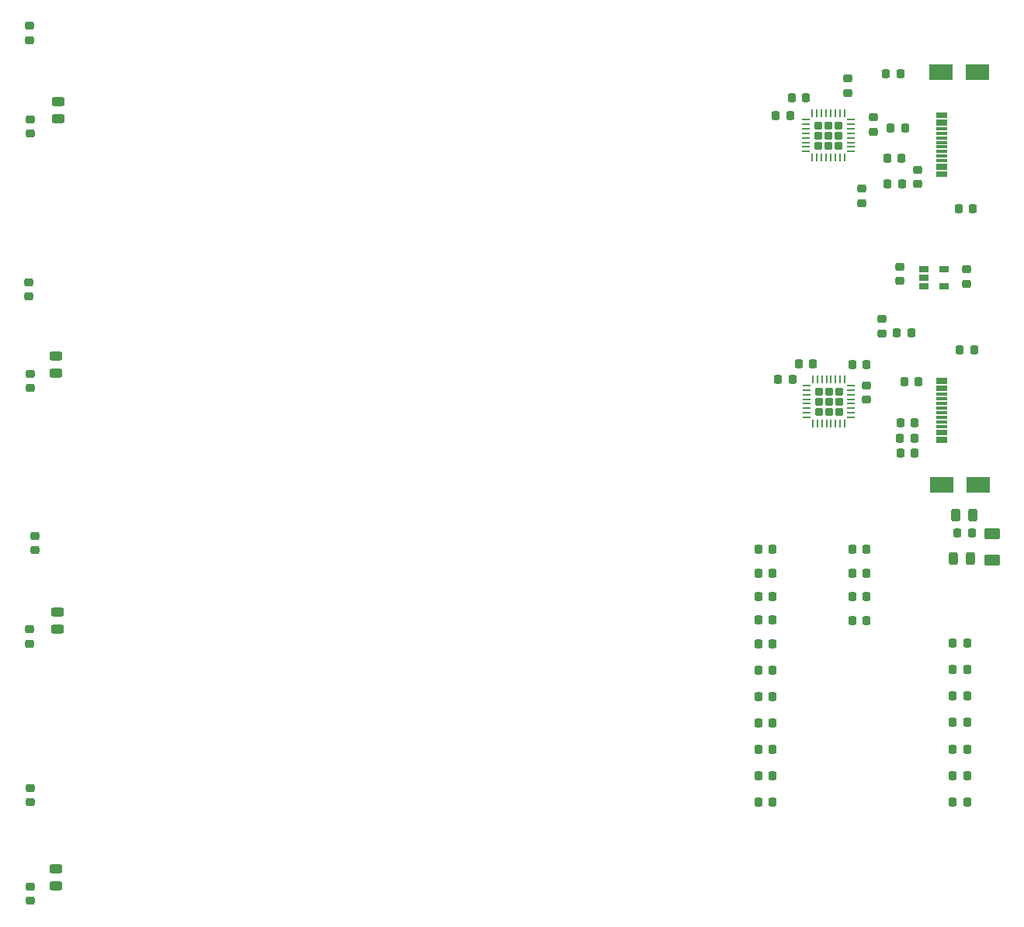
<source format=gbr>
%TF.GenerationSoftware,KiCad,Pcbnew,(6.0.7)*%
%TF.CreationDate,2022-08-08T23:44:24-07:00*%
%TF.ProjectId,adatface_baseboard,61646174-6661-4636-955f-62617365626f,rev?*%
%TF.SameCoordinates,Original*%
%TF.FileFunction,Paste,Top*%
%TF.FilePolarity,Positive*%
%FSLAX46Y46*%
G04 Gerber Fmt 4.6, Leading zero omitted, Abs format (unit mm)*
G04 Created by KiCad (PCBNEW (6.0.7)) date 2022-08-08 23:44:24*
%MOMM*%
%LPD*%
G01*
G04 APERTURE LIST*
G04 Aperture macros list*
%AMRoundRect*
0 Rectangle with rounded corners*
0 $1 Rounding radius*
0 $2 $3 $4 $5 $6 $7 $8 $9 X,Y pos of 4 corners*
0 Add a 4 corners polygon primitive as box body*
4,1,4,$2,$3,$4,$5,$6,$7,$8,$9,$2,$3,0*
0 Add four circle primitives for the rounded corners*
1,1,$1+$1,$2,$3*
1,1,$1+$1,$4,$5*
1,1,$1+$1,$6,$7*
1,1,$1+$1,$8,$9*
0 Add four rect primitives between the rounded corners*
20,1,$1+$1,$2,$3,$4,$5,0*
20,1,$1+$1,$4,$5,$6,$7,0*
20,1,$1+$1,$6,$7,$8,$9,0*
20,1,$1+$1,$8,$9,$2,$3,0*%
G04 Aperture macros list end*
%ADD10RoundRect,0.218750X0.218750X0.256250X-0.218750X0.256250X-0.218750X-0.256250X0.218750X-0.256250X0*%
%ADD11RoundRect,0.243750X-0.456250X0.243750X-0.456250X-0.243750X0.456250X-0.243750X0.456250X0.243750X0*%
%ADD12RoundRect,0.218750X-0.256250X0.218750X-0.256250X-0.218750X0.256250X-0.218750X0.256250X0.218750X0*%
%ADD13RoundRect,0.250000X0.625000X-0.375000X0.625000X0.375000X-0.625000X0.375000X-0.625000X-0.375000X0*%
%ADD14R,1.060000X0.650000*%
%ADD15RoundRect,0.218750X0.256250X-0.218750X0.256250X0.218750X-0.256250X0.218750X-0.256250X-0.218750X0*%
%ADD16RoundRect,0.218750X-0.218750X-0.256250X0.218750X-0.256250X0.218750X0.256250X-0.218750X0.256250X0*%
%ADD17RoundRect,0.243750X-0.243750X-0.456250X0.243750X-0.456250X0.243750X0.456250X-0.243750X0.456250X0*%
%ADD18R,1.150000X0.300000*%
%ADD19R,2.500000X1.800000*%
%ADD20RoundRect,0.222500X-0.222500X-0.222500X0.222500X-0.222500X0.222500X0.222500X-0.222500X0.222500X0*%
%ADD21RoundRect,0.062500X-0.375000X-0.062500X0.375000X-0.062500X0.375000X0.062500X-0.375000X0.062500X0*%
%ADD22RoundRect,0.062500X-0.062500X-0.375000X0.062500X-0.375000X0.062500X0.375000X-0.062500X0.375000X0*%
G04 APERTURE END LIST*
D10*
%TO.C,C10*%
X152087500Y-90500000D03*
X150512500Y-90500000D03*
%TD*%
%TO.C,R4*%
X136587500Y-114181666D03*
X135012500Y-114181666D03*
%TD*%
D11*
%TO.C,L3*%
X58450000Y-79912500D03*
X58450000Y-81787500D03*
%TD*%
D12*
%TO.C,C9*%
X152400000Y-59562500D03*
X152400000Y-61137500D03*
%TD*%
D13*
%TO.C,FB1*%
X160500000Y-102150000D03*
X160500000Y-99350000D03*
%TD*%
D10*
%TO.C,R8*%
X136587500Y-101027811D03*
X135012500Y-101027811D03*
%TD*%
D12*
%TO.C,C5*%
X55650000Y-127062500D03*
X55650000Y-128637500D03*
%TD*%
D14*
%TO.C,U7*%
X153050000Y-70437500D03*
X153050000Y-71387500D03*
X153050000Y-72337500D03*
X155250000Y-72337500D03*
X155250000Y-70437500D03*
%TD*%
D10*
%TO.C,D4*%
X157787500Y-114141666D03*
X156212500Y-114141666D03*
%TD*%
%TO.C,R13*%
X152075000Y-87200000D03*
X150500000Y-87200000D03*
%TD*%
%TO.C,D5*%
X157787500Y-117033332D03*
X156212500Y-117033332D03*
%TD*%
D12*
%TO.C,C7*%
X55450000Y-71862500D03*
X55450000Y-73437500D03*
%TD*%
D10*
%TO.C,R14*%
X152512500Y-82675000D03*
X150937500Y-82675000D03*
%TD*%
%TO.C,C12*%
X138757500Y-82500000D03*
X137182500Y-82500000D03*
%TD*%
D15*
%TO.C,R17*%
X144800000Y-51187500D03*
X144800000Y-49612500D03*
%TD*%
D12*
%TO.C,C11*%
X150450000Y-70162500D03*
X150450000Y-71737500D03*
%TD*%
D11*
%TO.C,L4*%
X58550000Y-107875000D03*
X58550000Y-109750000D03*
%TD*%
D16*
%TO.C,R18*%
X145262500Y-80850000D03*
X146837500Y-80850000D03*
%TD*%
D10*
%TO.C,D1*%
X157787500Y-128600000D03*
X156212500Y-128600000D03*
%TD*%
D15*
%TO.C,C3*%
X55650000Y-83425000D03*
X55650000Y-81850000D03*
%TD*%
D17*
%TO.C,C21*%
X156562500Y-97250000D03*
X158437500Y-97250000D03*
%TD*%
D11*
%TO.C,L1*%
X58400000Y-135912500D03*
X58400000Y-137787500D03*
%TD*%
D10*
%TO.C,C14*%
X138507500Y-53690000D03*
X136932500Y-53690000D03*
%TD*%
D15*
%TO.C,C2*%
X55650000Y-55637500D03*
X55650000Y-54062500D03*
%TD*%
D10*
%TO.C,R3*%
X136587500Y-111290000D03*
X135012500Y-111290000D03*
%TD*%
D16*
%TO.C,R12*%
X156862500Y-63850000D03*
X158437500Y-63850000D03*
%TD*%
D18*
%TO.C,J4*%
X154980000Y-89200000D03*
X154980000Y-88400000D03*
X154980000Y-87100000D03*
X154980000Y-86100000D03*
X154980000Y-85600000D03*
X154980000Y-84600000D03*
X154980000Y-83300000D03*
X154980000Y-82500000D03*
X154980000Y-82800000D03*
X154980000Y-83600000D03*
X154980000Y-84100000D03*
X154980000Y-85100000D03*
X154980000Y-86600000D03*
X154980000Y-87600000D03*
X154980000Y-88100000D03*
X154980000Y-88900000D03*
%TD*%
D15*
%TO.C,C1*%
X55650000Y-139387500D03*
X55650000Y-137812500D03*
%TD*%
D10*
%TO.C,D2*%
X157787500Y-122816664D03*
X156212500Y-122816664D03*
%TD*%
D19*
%TO.C,D12*%
X158900000Y-48900000D03*
X154900000Y-48900000D03*
%TD*%
D12*
%TO.C,R24*%
X146300000Y-61637500D03*
X146300000Y-63212500D03*
%TD*%
D10*
%TO.C,R15*%
X150637500Y-58300000D03*
X149062500Y-58300000D03*
%TD*%
%TO.C,D9*%
X146812500Y-108751964D03*
X145237500Y-108751964D03*
%TD*%
%TO.C,R9*%
X136587500Y-103593358D03*
X135012500Y-103593358D03*
%TD*%
%TO.C,R1*%
X136587500Y-128640000D03*
X135012500Y-128640000D03*
%TD*%
D12*
%TO.C,C8*%
X56136737Y-99533043D03*
X56136737Y-101108043D03*
%TD*%
D15*
%TO.C,R26*%
X148510000Y-77425000D03*
X148510000Y-75850000D03*
%TD*%
D10*
%TO.C,D6*%
X157787500Y-119924998D03*
X156212500Y-119924998D03*
%TD*%
%TO.C,R5*%
X136587500Y-117073332D03*
X135012500Y-117073332D03*
%TD*%
%TO.C,R23*%
X150687500Y-61100000D03*
X149112500Y-61100000D03*
%TD*%
D15*
%TO.C,C18*%
X147550000Y-55457500D03*
X147550000Y-53882500D03*
%TD*%
D10*
%TO.C,R11*%
X136587500Y-106158905D03*
X135012500Y-106158905D03*
%TD*%
D16*
%TO.C,R16*%
X149432500Y-55070000D03*
X151007500Y-55070000D03*
%TD*%
D10*
%TO.C,R19*%
X150487500Y-49100000D03*
X148912500Y-49100000D03*
%TD*%
%TO.C,D10*%
X146812500Y-106174642D03*
X145237500Y-106174642D03*
%TD*%
%TO.C,R10*%
X136587500Y-108724452D03*
X135012500Y-108724452D03*
%TD*%
%TO.C,D7*%
X146812500Y-101020000D03*
X145237500Y-101020000D03*
%TD*%
D15*
%TO.C,C4*%
X55525979Y-111307392D03*
X55525979Y-109732392D03*
%TD*%
D10*
%TO.C,D11*%
X157787500Y-125708330D03*
X156212500Y-125708330D03*
%TD*%
D15*
%TO.C,C16*%
X146825000Y-84687500D03*
X146825000Y-83112500D03*
%TD*%
D10*
%TO.C,C17*%
X140237500Y-51740000D03*
X138662500Y-51740000D03*
%TD*%
%TO.C,D3*%
X157787500Y-111250000D03*
X156212500Y-111250000D03*
%TD*%
D12*
%TO.C,C6*%
X55500000Y-43887500D03*
X55500000Y-45462500D03*
%TD*%
D10*
%TO.C,R6*%
X136587500Y-119964998D03*
X135012500Y-119964998D03*
%TD*%
%TO.C,R25*%
X151712500Y-77362500D03*
X150137500Y-77362500D03*
%TD*%
%TO.C,C15*%
X140997500Y-80730000D03*
X139422500Y-80730000D03*
%TD*%
D16*
%TO.C,R7*%
X156975000Y-79250000D03*
X158550000Y-79250000D03*
%TD*%
%TO.C,C20*%
X156712500Y-99250000D03*
X158287500Y-99250000D03*
%TD*%
D10*
%TO.C,R21*%
X136587500Y-125748330D03*
X135012500Y-125748330D03*
%TD*%
D12*
%TO.C,C13*%
X157750000Y-70462500D03*
X157750000Y-72037500D03*
%TD*%
D10*
%TO.C,D8*%
X146812500Y-103597321D03*
X145237500Y-103597321D03*
%TD*%
D20*
%TO.C,U5*%
X143750000Y-55850000D03*
X142650000Y-55850000D03*
X142650000Y-54750000D03*
X143750000Y-54750000D03*
X141550000Y-56950000D03*
X141550000Y-55850000D03*
X141550000Y-54750000D03*
X142650000Y-56950000D03*
X143750000Y-56950000D03*
D21*
X140212500Y-54100000D03*
X140212500Y-54600000D03*
X140212500Y-55100000D03*
X140212500Y-55600000D03*
X140212500Y-56100000D03*
X140212500Y-56600000D03*
X140212500Y-57100000D03*
X140212500Y-57600000D03*
D22*
X140900000Y-58287500D03*
X141400000Y-58287500D03*
X141900000Y-58287500D03*
X142400000Y-58287500D03*
X142900000Y-58287500D03*
X143400000Y-58287500D03*
X143900000Y-58287500D03*
X144400000Y-58287500D03*
D21*
X145087500Y-57600000D03*
X145087500Y-57100000D03*
X145087500Y-56600000D03*
X145087500Y-56100000D03*
X145087500Y-55600000D03*
X145087500Y-55100000D03*
X145087500Y-54600000D03*
X145087500Y-54100000D03*
D22*
X144400000Y-53412500D03*
X143900000Y-53412500D03*
X143400000Y-53412500D03*
X142900000Y-53412500D03*
X142400000Y-53412500D03*
X141900000Y-53412500D03*
X141400000Y-53412500D03*
X140900000Y-53412500D03*
%TD*%
D17*
%TO.C,C19*%
X156312500Y-102000000D03*
X158187500Y-102000000D03*
%TD*%
D10*
%TO.C,R2*%
X136587500Y-122856664D03*
X135012500Y-122856664D03*
%TD*%
D18*
%TO.C,J5*%
X154980000Y-60200000D03*
X154980000Y-59400000D03*
X154980000Y-58100000D03*
X154980000Y-57100000D03*
X154980000Y-56600000D03*
X154980000Y-55600000D03*
X154980000Y-54300000D03*
X154980000Y-53500000D03*
X154980000Y-53800000D03*
X154980000Y-54600000D03*
X154980000Y-55100000D03*
X154980000Y-56100000D03*
X154980000Y-57600000D03*
X154980000Y-58600000D03*
X154980000Y-59100000D03*
X154980000Y-59900000D03*
%TD*%
D20*
%TO.C,U6*%
X141600000Y-85975000D03*
X143800000Y-84875000D03*
X141600000Y-84875000D03*
X141600000Y-83775000D03*
X142700000Y-83775000D03*
X143800000Y-85975000D03*
X143800000Y-83775000D03*
X142700000Y-84875000D03*
X142700000Y-85975000D03*
D21*
X140262500Y-83125000D03*
X140262500Y-83625000D03*
X140262500Y-84125000D03*
X140262500Y-84625000D03*
X140262500Y-85125000D03*
X140262500Y-85625000D03*
X140262500Y-86125000D03*
X140262500Y-86625000D03*
D22*
X140950000Y-87312500D03*
X141450000Y-87312500D03*
X141950000Y-87312500D03*
X142450000Y-87312500D03*
X142950000Y-87312500D03*
X143450000Y-87312500D03*
X143950000Y-87312500D03*
X144450000Y-87312500D03*
D21*
X145137500Y-86625000D03*
X145137500Y-86125000D03*
X145137500Y-85625000D03*
X145137500Y-85125000D03*
X145137500Y-84625000D03*
X145137500Y-84125000D03*
X145137500Y-83625000D03*
X145137500Y-83125000D03*
D22*
X144450000Y-82437500D03*
X143950000Y-82437500D03*
X143450000Y-82437500D03*
X142950000Y-82437500D03*
X142450000Y-82437500D03*
X141950000Y-82437500D03*
X141450000Y-82437500D03*
X140950000Y-82437500D03*
%TD*%
D19*
%TO.C,D13*%
X159000000Y-94000000D03*
X155000000Y-94000000D03*
%TD*%
D10*
%TO.C,R20*%
X152050000Y-88900000D03*
X150475000Y-88900000D03*
%TD*%
D11*
%TO.C,L2*%
X58650000Y-52156250D03*
X58650000Y-54031250D03*
%TD*%
M02*

</source>
